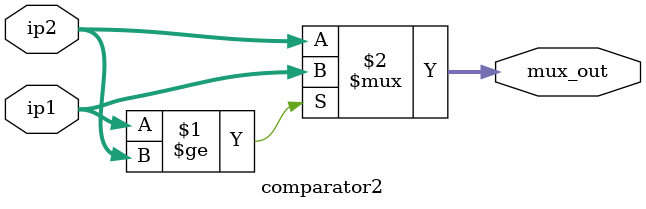
<source format=v>
`timescale 1ns / 1ps

module comparator2(
    input 		[15:0] 	ip1,
    input 		[15:0] 	ip2,

    output		[15:0]	mux_out
    );

assign mux_out = ($signed(ip1)>=$signed(ip2))?ip1:ip2;
endmodule

</source>
